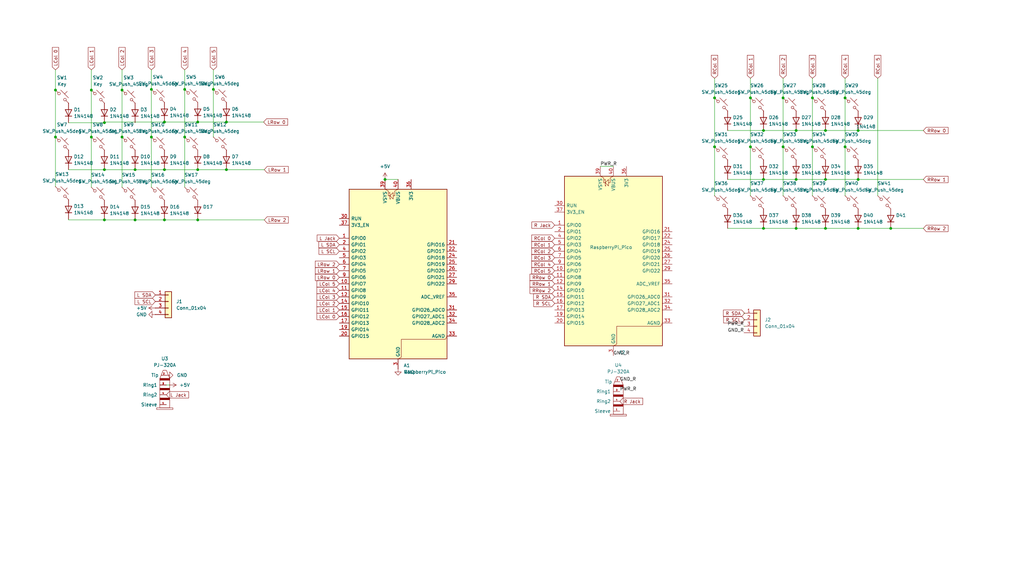
<source format=kicad_sch>
(kicad_sch (version 20250114) (generator "eeschema") (generator_version "9.0")
  (paper "User" 398.6 228.879)
  (lib_symbols
    (symbol "Connector_Generic:Conn_01x04" (pin_names (offset 1.016) (hide yes))
      (property "Reference" "J" (at 0 5.08 0))
      (property "Value" "Conn_01x04" (at 0 -7.62 0))
      (symbol "Conn_01x04_1_1"
        (rectangle (start -1.27 3.81) (end 1.27 -6.35) (stroke (width 0.254)) (fill (type background)))
        (rectangle (start -1.27 2.667) (end 0 2.413) (stroke (width 0.1524)))
        (rectangle (start -1.27 0.127) (end 0 -0.127) (stroke (width 0.1524)))
        (rectangle (start -1.27 -2.413) (end 0 -2.667) (stroke (width 0.1524)))
        (rectangle (start -1.27 -4.953) (end 0 -5.207) (stroke (width 0.1524)))
        (pin passive line (at -5.08 2.54 0) (length 3.81) (name "Pin_1") (number "1"))
        (pin passive line (at -5.08 0 0) (length 3.81) (name "Pin_2") (number "2"))
        (pin passive line (at -5.08 -2.54 0) (length 3.81) (name "Pin_3") (number "3"))
        (pin passive line (at -5.08 -5.08 0) (length 3.81) (name "Pin_4") (number "4"))
      )
    )
    (symbol "Diode:1N4148" (pin_numbers (hide yes)) (pin_names (hide yes))
      (property "Reference" "D" (at 0 2.54 0))
      (property "Value" "1N4148" (at 0 -2.54 0))
      (symbol "1N4148_0_1"
        (polyline (pts (xy -1.27 1.27) (xy -1.27 -1.27)) (stroke (width 0.254)))
        (polyline (pts (xy 1.27 1.27) (xy 1.27 -1.27) (xy -1.27 0) (xy 1.27 1.27)) (stroke (width 0.254)))
        (polyline (pts (xy 1.27 0) (xy -1.27 0)))
      )
      (symbol "1N4148_1_1"
        (pin passive line (at -3.81 0 0) (length 2.54) (name "K") (number "1"))
        (pin passive line (at 3.81 0 180) (length 2.54) (name "A") (number "2"))
      )
    )
    (symbol "Jack receptacle:PJ-320A" (pin_names (offset 1.016))
      (property "Reference" "U" (at 0 -1.905 0))
      (property "Value" "PJ-320A" (at 0 0 0))
      (symbol "PJ-320A_0_1"
        (rectangle (start -3.175 1.27) (end 3.175 1.905))
        (polyline (pts (xy -1.905 13.335) (xy -0.635 16.51) (xy 0.635 16.51) (xy 1.905 13.335) (xy -1.905 13.335)))
        (rectangle (start -1.905 12.7) (end 1.905 13.335) (fill (type outline)))
        (rectangle (start -1.905 9.525) (end 1.905 12.7))
        (rectangle (start -1.905 8.89) (end 1.905 9.525) (fill (type outline)))
        (rectangle (start -1.905 5.715) (end 1.905 8.89))
        (rectangle (start -1.905 5.08) (end 1.905 5.715) (fill (type outline)))
        (rectangle (start -1.905 1.905) (end 1.905 5.08))
      )
      (symbol "PJ-320A_1_1"
        (pin bidirectional line (at 0.635 14.605 180) (length 2.0066) (name "Tip") (number "2"))
        (pin bidirectional line (at 0.635 10.795 180) (length 2.54) (name "Ring1") (number "3"))
        (pin bidirectional line (at 0.635 6.985 180) (length 2.54) (name "Ring2") (number "4"))
        (pin bidirectional line (at 0.635 3.175 180) (length 2.54) (name "Sleeve") (number "1"))
      )
    )
    (symbol "MCU_Module:RaspberryPi_Pico" (pin_names (offset 0.762))
      (property "Reference" "A" (at -19.05 35.56 0))
      (property "Value" "RaspberryPi_Pico" (at 7.62 35.56 0))
      (symbol "RaspberryPi_Pico_0_1"
        (rectangle (start -19.05 34.29) (end 19.05 -31.75) (stroke (width 0.254)) (fill (type background)))
        (polyline (pts (xy -5.08 34.29) (xy -3.81 33.655) (xy -3.81 31.75) (xy -3.175 31.75)))
        (polyline (pts (xy -3.429 32.766) (xy -3.429 33.02) (xy -3.175 33.02) (xy -3.175 30.48) (xy -2.921 30.48) (xy -2.921 30.734)))
        (polyline (pts (xy -3.175 31.75) (xy -1.905 33.02) (xy -1.905 30.48) (xy -3.175 31.75)))
        (polyline (pts (xy 0 34.29) (xy -1.27 33.655) (xy -1.27 31.75) (xy -1.905 31.75)))
        (polyline (pts (xy 0 -31.75) (xy 1.27 -31.115) (xy 1.27 -24.13) (xy 18.415 -24.13) (xy 19.05 -22.86)))
      )
      (symbol "RaspberryPi_Pico_1_1"
        (pin passive line (at -22.86 22.86 0) (length 3.81) (name "RUN") (number "30"))
        (pin passive line (at -22.86 20.32 0) (length 3.81) (name "3V3_EN") (number "37"))
        (pin bidirectional line (at -22.86 15.24 0) (length 3.81) (name "GPIO0") (number "1"))
        (pin bidirectional line (at -22.86 12.7 0) (length 3.81) (name "GPIO1") (number "2"))
        (pin bidirectional line (at -22.86 10.16 0) (length 3.81) (name "GPIO2") (number "4"))
        (pin bidirectional line (at -22.86 7.62 0) (length 3.81) (name "GPIO3") (number "5"))
        (pin bidirectional line (at -22.86 5.08 0) (length 3.81) (name "GPIO4") (number "6"))
        (pin bidirectional line (at -22.86 2.54 0) (length 3.81) (name "GPIO5") (number "7"))
        (pin bidirectional line (at -22.86 0 0) (length 3.81) (name "GPIO6") (number "9"))
        (pin bidirectional line (at -22.86 -2.54 0) (length 3.81) (name "GPIO7") (number "10"))
        (pin bidirectional line (at -22.86 -5.08 0) (length 3.81) (name "GPIO8") (number "11"))
        (pin bidirectional line (at -22.86 -7.62 0) (length 3.81) (name "GPIO9") (number "12"))
        (pin bidirectional line (at -22.86 -10.16 0) (length 3.81) (name "GPIO10") (number "14"))
        (pin bidirectional line (at -22.86 -12.7 0) (length 3.81) (name "GPIO11") (number "15"))
        (pin bidirectional line (at -22.86 -15.24 0) (length 3.81) (name "GPIO12") (number "16"))
        (pin bidirectional line (at -22.86 -17.78 0) (length 3.81) (name "GPIO13") (number "17"))
        (pin bidirectional line (at -22.86 -20.32 0) (length 3.81) (name "GPIO14") (number "19"))
        (pin bidirectional line (at -22.86 -22.86 0) (length 3.81) (name "GPIO15") (number "20"))
        (pin power_in line (at -5.08 38.1 270) (length 3.81) (name "VSYS") (number "39"))
        (pin power_out line (at 0 38.1 270) (length 3.81) (name "VBUS") (number "40"))
        (pin passive line (at 0 -35.56 90) (length 3.81) (hide yes) (name "GND") (number "13"))
        (pin passive line (at 0 -35.56 90) (length 3.81) (hide yes) (name "GND") (number "18"))
        (pin passive line (at 0 -35.56 90) (length 3.81) (hide yes) (name "GND") (number "23"))
        (pin passive line (at 0 -35.56 90) (length 3.81) (hide yes) (name "GND") (number "28"))
        (pin power_out line (at 0 -35.56 90) (length 3.81) (name "GND") (number "3"))
        (pin passive line (at 0 -35.56 90) (length 3.81) (hide yes) (name "GND") (number "38"))
        (pin passive line (at 0 -35.56 90) (length 3.81) (hide yes) (name "GND") (number "8"))
        (pin power_out line (at 5.08 38.1 270) (length 3.81) (name "3V3") (number "36"))
        (pin bidirectional line (at 22.86 12.7 180) (length 3.81) (name "GPIO16") (number "21"))
        (pin bidirectional line (at 22.86 10.16 180) (length 3.81) (name "GPIO17") (number "22"))
        (pin bidirectional line (at 22.86 7.62 180) (length 3.81) (name "GPIO18") (number "24"))
        (pin bidirectional line (at 22.86 5.08 180) (length 3.81) (name "GPIO19") (number "25"))
        (pin bidirectional line (at 22.86 2.54 180) (length 3.81) (name "GPIO20") (number "26"))
        (pin bidirectional line (at 22.86 0 180) (length 3.81) (name "GPIO21") (number "27"))
        (pin bidirectional line (at 22.86 -2.54 180) (length 3.81) (name "GPIO22") (number "29"))
        (pin power_in line (at 22.86 -7.62 180) (length 3.81) (name "ADC_VREF") (number "35"))
        (pin bidirectional line (at 22.86 -12.7 180) (length 3.81) (name "GPIO26_ADC0") (number "31"))
        (pin bidirectional line (at 22.86 -15.24 180) (length 3.81) (name "GPIO27_ADC1") (number "32"))
        (pin bidirectional line (at 22.86 -17.78 180) (length 3.81) (name "GPIO28_ADC2") (number "34"))
        (pin power_out line (at 22.86 -22.86 180) (length 3.81) (name "AGND") (number "33"))
      )
    )
    (symbol "Switch:SW_Push_45deg" (pin_numbers (hide yes)) (pin_names (offset 1.016) (hide yes))
      (property "Reference" "SW" (at 3.048 1.016 0))
      (property "Value" "SW_Push_45deg" (at 0 -3.81 0))
      (symbol "SW_Push_45deg_0_1"
        (polyline (pts (xy -2.54 2.54) (xy -1.524 1.524) (xy -1.524 1.524)))
        (circle (center -1.1684 1.1684) (radius 0.508))
        (polyline (pts (xy -0.508 2.54) (xy 2.54 -0.508)))
        (polyline (pts (xy 1.016 1.016) (xy 2.032 2.032)))
        (circle (center 1.143 -1.1938) (radius 0.508))
        (polyline (pts (xy 1.524 -1.524) (xy 2.54 -2.54) (xy 2.54 -2.54) (xy 2.54 -2.54)))
        (pin passive line (at -2.54 2.54 0) (length 0) (name "1") (number "1"))
        (pin passive line (at 2.54 -2.54 180) (length 0) (name "2") (number "2"))
      )
    )
    (symbol "power:+5V" (power) (pin_numbers (hide yes)) (pin_names (offset 0) (hide yes))
      (property "Value" "+5V" (at 0 3.556 0))
      (symbol "+5V_0_1"
        (polyline (pts (xy -0.762 1.27) (xy 0 2.54)))
        (polyline (pts (xy 0 2.54) (xy 0.762 1.27)))
        (polyline (pts (xy 0 0) (xy 0 2.54)))
      )
      (symbol "+5V_1_1"
        (pin power_in line (at 0 0 90) (length 0) (name "~") (number "1"))
      )
    )
    (symbol "power:GND" (power) (pin_numbers (hide yes)) (pin_names (offset 0) (hide yes))
      (property "Value" "GND" (at 0 -3.81 0))
      (symbol "GND_0_1"
        (polyline (pts (xy 0 0) (xy 0 -1.27) (xy 1.27 -1.27) (xy 0 -2.54) (xy -1.27 -1.27) (xy 0 -1.27)))
      )
      (symbol "GND_1_1"
        (pin power_in line (at 0 0 270) (length 0) (name "~") (number "1"))
      )
    )
  )
  (junction (at 278.13 57.15))
  (junction (at 58.928 34.798))
  (junction (at 71.882 53.34))
  (junction (at 64.008 47.498))
  (junction (at 76.962 66.04))
  (junction (at 47.498 53.34))
  (junction (at 149.86 69.85))
  (junction (at 58.928 53.34))
  (junction (at 316.23 57.15))
  (junction (at 76.962 85.598))
  (junction (at 304.8 57.15))
  (junction (at 316.23 38.1))
  (junction (at 71.882 34.798))
  (junction (at 346.71 88.9))
  (junction (at 309.88 50.8))
  (junction (at 309.88 69.85))
  (junction (at 64.008 66.04))
  (junction (at 321.31 50.8))
  (junction (at 292.1 57.15))
  (junction (at 64.008 85.598))
  (junction (at 47.498 35.052))
  (junction (at 40.64 85.598))
  (junction (at 292.1 38.1))
  (junction (at 304.8 38.1))
  (junction (at 328.93 57.15))
  (junction (at 297.18 50.8))
  (junction (at 21.59 53.34))
  (junction (at 52.578 85.598))
  (junction (at 40.64 66.04))
  (junction (at 52.578 66.04))
  (junction (at 21.59 35.052))
  (junction (at 309.88 88.9))
  (junction (at 40.64 47.752))
  (junction (at 35.56 35.052))
  (junction (at 297.18 69.85))
  (junction (at 334.01 88.9))
  (junction (at 83.058 34.798))
  (junction (at 321.31 88.9))
  (junction (at 321.31 69.85))
  (junction (at 334.01 69.85))
  (junction (at 76.962 47.498))
  (junction (at 35.56 53.34))
  (junction (at 297.18 88.9))
  (junction (at 88.138 47.498))
  (junction (at 328.93 38.1))
  (junction (at 88.138 66.04))
  (junction (at 278.13 38.1))
  (junction (at 334.01 50.8))
  (wire (pts (xy 321.31 69.85) (xy 334.01 69.85)))
  (wire (pts (xy 26.67 85.598) (xy 26.67 85.344)))
  (wire (pts (xy 328.93 38.1) (xy 328.93 57.15)))
  (wire (pts (xy 346.71 88.9) (xy 359.41 88.9)))
  (wire (pts (xy 292.1 38.1) (xy 292.1 57.15)))
  (wire (pts (xy 283.21 69.85) (xy 297.18 69.85)))
  (wire (pts (xy 76.962 85.598) (xy 64.008 85.598)))
  (wire (pts (xy 88.138 47.498) (xy 76.962 47.498)))
  (wire (pts (xy 289.56 121.92) (xy 289.814 121.92)))
  (wire (pts (xy 40.64 66.04) (xy 52.578 66.04)))
  (wire (pts (xy 64.008 85.598) (xy 52.578 85.598)))
  (wire (pts (xy 297.18 69.85) (xy 309.88 69.85)))
  (wire (pts (xy 304.8 38.1) (xy 304.8 57.15)))
  (wire (pts (xy 309.88 50.8) (xy 321.31 50.8)))
  (wire (pts (xy 289.56 124.46) (xy 289.814 124.46)))
  (wire (pts (xy 334.01 50.8) (xy 359.41 50.8)))
  (wire (pts (xy 88.138 66.04) (xy 102.87 66.04)))
  (wire (pts (xy 47.498 35.052) (xy 47.498 53.34)))
  (wire (pts (xy 58.928 27.178) (xy 58.928 34.798)))
  (wire (pts (xy 47.498 53.34) (xy 47.498 72.898)))
  (wire (pts (xy 71.882 27.178) (xy 71.882 34.798)))
  (wire (pts (xy 64.008 47.498) (xy 40.64 47.498)))
  (wire (pts (xy 297.18 88.9) (xy 309.88 88.9)))
  (wire (pts (xy 321.31 88.9) (xy 334.01 88.9)))
  (wire (pts (xy 52.578 85.598) (xy 40.64 85.598)))
  (wire (pts (xy 76.962 85.598) (xy 102.87 85.598)))
  (wire (pts (xy 35.56 53.34) (xy 35.56 72.898)))
  (wire (pts (xy 35.56 27.178) (xy 35.56 35.052)))
  (wire (pts (xy 334.01 88.9) (xy 346.71 88.9)))
  (wire (pts (xy 21.59 35.052) (xy 21.59 53.34)))
  (wire (pts (xy 233.68 64.77) (xy 238.76 64.77)))
  (wire (pts (xy 88.138 47.498) (xy 102.616 47.498)))
  (wire (pts (xy 21.59 27.178) (xy 21.59 35.052)))
  (wire (pts (xy 297.18 50.8) (xy 309.88 50.8)))
  (wire (pts (xy 71.882 34.798) (xy 71.882 53.34)))
  (wire (pts (xy 283.21 50.8) (xy 297.18 50.8)))
  (wire (pts (xy 328.93 30.48) (xy 328.93 38.1)))
  (wire (pts (xy 316.23 38.1) (xy 316.23 57.15)))
  (wire (pts (xy 316.23 30.48) (xy 316.23 38.1)))
  (wire (pts (xy 309.88 69.85) (xy 321.31 69.85)))
  (wire (pts (xy 83.058 34.798) (xy 83.058 53.34)))
  (wire (pts (xy 283.21 88.9) (xy 297.18 88.9)))
  (wire (pts (xy 304.8 57.15) (xy 304.8 76.2)))
  (wire (pts (xy 52.578 66.04) (xy 64.008 66.04)))
  (wire (pts (xy 76.962 66.04) (xy 88.138 66.04)))
  (wire (pts (xy 278.13 38.1) (xy 278.13 57.15)))
  (wire (pts (xy 64.008 66.04) (xy 76.962 66.04)))
  (wire (pts (xy 40.64 47.498) (xy 40.64 47.752)))
  (wire (pts (xy 289.56 127) (xy 289.814 127)))
  (wire (pts (xy 26.67 66.04) (xy 40.64 66.04)))
  (wire (pts (xy 334.01 69.85) (xy 359.41 69.85)))
  (wire (pts (xy 71.882 53.34) (xy 71.882 72.898)))
  (wire (pts (xy 316.23 57.15) (xy 316.23 76.2)))
  (wire (pts (xy 278.13 30.48) (xy 278.13 38.1)))
  (wire (pts (xy 304.8 30.48) (xy 304.8 38.1)))
  (wire (pts (xy 292.1 30.48) (xy 292.1 38.1)))
  (wire (pts (xy 309.88 88.9) (xy 321.31 88.9)))
  (wire (pts (xy 26.67 47.752) (xy 40.64 47.752)))
  (wire (pts (xy 328.93 57.15) (xy 328.93 76.2)))
  (wire (pts (xy 321.31 50.8) (xy 334.01 50.8)))
  (wire (pts (xy 341.63 30.48) (xy 341.63 76.2)))
  (wire (pts (xy 66.04 149.86) (xy 64.77 149.86)))
  (wire (pts (xy 58.928 53.34) (xy 58.928 72.898)))
  (wire (pts (xy 21.59 53.34) (xy 21.59 72.644)))
  (wire (pts (xy 47.498 27.178) (xy 47.498 35.052)))
  (wire (pts (xy 58.928 34.798) (xy 58.928 53.34)))
  (wire (pts (xy 76.962 47.498) (xy 64.008 47.498)))
  (wire (pts (xy 278.13 57.15) (xy 278.13 76.2)))
  (wire (pts (xy 83.058 27.178) (xy 83.058 34.798)))
  (wire (pts (xy 292.1 57.15) (xy 292.1 76.2)))
  (wire (pts (xy 149.86 69.85) (xy 154.94 69.85)))
  (wire (pts (xy 35.56 35.052) (xy 35.56 53.34)))
  (wire (pts (xy 40.64 85.598) (xy 26.67 85.598)))
  (label "GND_R" (at 289.56 129.54 180))
  (label "GND_R" (at 238.76 138.43 0))
  (label "PWR_R" (at 289.56 127 180))
  (label "GND_R" (at 241.3 148.59 0))
  (label "PWR_R" (at 233.68 64.77 0))
  (label "PWR_R" (at 241.3 152.4 0))
  (global_label "RCol 0" (shape input) (at 215.9 92.71 180) (property "Intersheetrefs" "${INTERSHEET_REFS}" (effects (hide yes))))
  (global_label "LCol 4" (shape input) (at 132.08 113.03 180) (property "Intersheetrefs" "${INTERSHEET_REFS}" (effects (hide yes))))
  (global_label "LRow 1" (shape input) (at 102.87 66.04 0) (property "Intersheetrefs" "${INTERSHEET_REFS}" (effects (hide yes))))
  (global_label "L SDA" (shape input) (at 60.452 114.808 180) (property "Intersheetrefs" "${INTERSHEET_REFS}" (effects (hide yes))))
  (global_label "L Jack" (shape input) (at 132.08 92.71 180) (property "Intersheetrefs" "${INTERSHEET_REFS}" (effects (hide yes))))
  (global_label "R SCL" (shape input) (at 289.814 124.46 180) (property "Intersheetrefs" "${INTERSHEET_REFS}" (effects (hide yes))))
  (global_label "RRow 2" (shape input) (at 359.41 88.9 0) (property "Intersheetrefs" "${INTERSHEET_REFS}" (effects (hide yes))))
  (global_label "RCol 5" (shape input) (at 341.63 30.48 90) (property "Intersheetrefs" "${INTERSHEET_REFS}" (effects (hide yes))))
  (global_label "R SDA" (shape input) (at 289.814 121.92 180) (property "Intersheetrefs" "${INTERSHEET_REFS}" (effects (hide yes))))
  (global_label "RCol 4" (shape input) (at 215.9 102.87 180) (property "Intersheetrefs" "${INTERSHEET_REFS}" (effects (hide yes))))
  (global_label "RCol 5" (shape input) (at 215.9 105.41 180) (property "Intersheetrefs" "${INTERSHEET_REFS}" (effects (hide yes))))
  (global_label "LRow 2" (shape input) (at 132.08 102.87 180) (property "Intersheetrefs" "${INTERSHEET_REFS}" (effects (hide yes))))
  (global_label "RRow 1" (shape input) (at 359.41 69.85 0) (property "Intersheetrefs" "${INTERSHEET_REFS}" (effects (hide yes))))
  (global_label "RRow 1" (shape input) (at 215.9 110.49 180) (property "Intersheetrefs" "${INTERSHEET_REFS}" (effects (hide yes))))
  (global_label "RRow 2" (shape input) (at 215.9 113.03 180) (property "Intersheetrefs" "${INTERSHEET_REFS}" (effects (hide yes))))
  (global_label "R Jack" (shape input) (at 215.9 87.63 180) (property "Intersheetrefs" "${INTERSHEET_REFS}" (effects (hide yes))))
  (global_label "LRow 0" (shape input) (at 132.08 107.95 180) (property "Intersheetrefs" "${INTERSHEET_REFS}" (effects (hide yes))))
  (global_label "R SDA" (shape input) (at 215.9 115.57 180) (property "Intersheetrefs" "${INTERSHEET_REFS}" (effects (hide yes))))
  (global_label "LCol 4" (shape input) (at 71.882 27.178 90) (property "Intersheetrefs" "${INTERSHEET_REFS}" (effects (hide yes))))
  (global_label "L SDA" (shape input) (at 132.08 95.25 180) (property "Intersheetrefs" "${INTERSHEET_REFS}" (effects (hide yes))))
  (global_label "RRow 0" (shape input) (at 359.41 50.8 0) (property "Intersheetrefs" "${INTERSHEET_REFS}" (effects (hide yes))))
  (global_label "RCol 1" (shape input) (at 215.9 95.25 180) (property "Intersheetrefs" "${INTERSHEET_REFS}" (effects (hide yes))))
  (global_label "L SCL" (shape input) (at 132.08 97.79 180) (property "Intersheetrefs" "${INTERSHEET_REFS}" (effects (hide yes))))
  (global_label "R Jack" (shape input) (at 241.3 156.21 0) (property "Intersheetrefs" "${INTERSHEET_REFS}" (effects (hide yes))))
  (global_label "R SCL" (shape input) (at 215.9 118.11 180) (property "Intersheetrefs" "${INTERSHEET_REFS}" (effects (hide yes))))
  (global_label "LCol 5" (shape input) (at 132.08 110.49 180) (property "Intersheetrefs" "${INTERSHEET_REFS}" (effects (hide yes))))
  (global_label "LCol 1" (shape input) (at 35.56 27.178 90) (property "Intersheetrefs" "${INTERSHEET_REFS}" (effects (hide yes))))
  (global_label "RCol 2" (shape input) (at 304.8 30.48 90) (property "Intersheetrefs" "${INTERSHEET_REFS}" (effects (hide yes))))
  (global_label "LCol 3" (shape input) (at 132.08 115.57 180) (property "Intersheetrefs" "${INTERSHEET_REFS}" (effects (hide yes))))
  (global_label "LRow 0" (shape input) (at 102.616 47.498 0) (property "Intersheetrefs" "${INTERSHEET_REFS}" (effects (hide yes))))
  (global_label "RCol 4" (shape input) (at 328.93 30.48 90) (property "Intersheetrefs" "${INTERSHEET_REFS}" (effects (hide yes))))
  (global_label "RCol 3" (shape input) (at 215.9 100.33 180) (property "Intersheetrefs" "${INTERSHEET_REFS}" (effects (hide yes))))
  (global_label "RCol 1" (shape input) (at 292.1 30.48 90) (property "Intersheetrefs" "${INTERSHEET_REFS}" (effects (hide yes))))
  (global_label "LCol 3" (shape input) (at 58.928 27.178 90) (property "Intersheetrefs" "${INTERSHEET_REFS}" (effects (hide yes))))
  (global_label "LRow 1" (shape input) (at 132.08 105.41 180) (property "Intersheetrefs" "${INTERSHEET_REFS}" (effects (hide yes))))
  (global_label "LCol 5" (shape input) (at 83.058 27.178 90) (property "Intersheetrefs" "${INTERSHEET_REFS}" (effects (hide yes))))
  (global_label "RCol 3" (shape input) (at 316.23 30.48 90) (property "Intersheetrefs" "${INTERSHEET_REFS}" (effects (hide yes))))
  (global_label "L Jack" (shape input) (at 64.77 153.67 0) (property "Intersheetrefs" "${INTERSHEET_REFS}" (effects (hide yes))))
  (global_label "LCol 2" (shape input) (at 47.498 27.178 90) (property "Intersheetrefs" "${INTERSHEET_REFS}" (effects (hide yes))))
  (global_label "LRow 2" (shape input) (at 102.87 85.598 0) (property "Intersheetrefs" "${INTERSHEET_REFS}" (effects (hide yes))))
  (global_label "L SCL" (shape input) (at 60.452 117.348 180) (property "Intersheetrefs" "${INTERSHEET_REFS}" (effects (hide yes))))
  (global_label "RCol 2" (shape input) (at 215.9 97.79 180) (property "Intersheetrefs" "${INTERSHEET_REFS}" (effects (hide yes))))
  (global_label "RCol 0" (shape input) (at 278.13 30.48 90) (property "Intersheetrefs" "${INTERSHEET_REFS}" (effects (hide yes))))
  (global_label "LCol 0" (shape input) (at 21.59 27.178 90) (property "Intersheetrefs" "${INTERSHEET_REFS}" (effects (hide yes))))
  (global_label "RRow 0" (shape input) (at 215.9 107.95 180) (property "Intersheetrefs" "${INTERSHEET_REFS}" (effects (hide yes))))
  (global_label "LCol 0" (shape input) (at 132.08 123.19 180) (property "Intersheetrefs" "${INTERSHEET_REFS}" (effects (hide yes))))
  (global_label "LCol 1" (shape input) (at 132.08 120.65 180) (property "Intersheetrefs" "${INTERSHEET_REFS}" (effects (hide yes))))
  (global_label "LCol 2" (shape input) (at 132.08 118.11 180) (property "Intersheetrefs" "${INTERSHEET_REFS}" (effects (hide yes))))
  (symbol (lib_id "Switch:SW_Push_45deg") (at 307.34 59.69 0) (unit 1)
    (property "Reference" "SW33" (at 307.34 52.324 0))
    (property "Value" "SW_Push_45deg" (at 307.34 54.864 0))
    (property "Footprint" "Library:Cherry MX 1u" (effects (hide yes)))
    (property "Description" "Push button switch, normally open, two pins, 45° tilted" (effects (hide yes)))
  )
  (symbol (lib_id "Switch:SW_Push_45deg") (at 85.598 37.338 0) (unit 1)
    (property "Reference" "SW6" (at 85.598 29.972 0))
    (property "Value" "SW_Push_45deg" (at 85.598 32.512 0))
    (property "Footprint" "Library:Cherry MX 1u" (effects (hide yes)))
    (property "Description" "Push button switch, normally open, two pins, 45° tilted" (effects (hide yes)))
  )
  (symbol (lib_id "Diode:1N4148") (at 283.21 66.04 90) (unit 1)
    (property "Reference" "D31" (at 285.242 64.7699 90) (effects (justify right)))
    (property "Value" "1N4148" (at 285.242 67.3099 90) (effects (justify right)))
    (property "Footprint" "Diode_THT:D_DO-35_SOD27_P7.62mm_Horizontal" (effects (hide yes)))
    (property "Datasheet" "https://assets.nexperia.com/documents/data-sheet/1N4148_1N4448.pdf" (effects (hide yes)))
    (property "Description" "100V 0.15A standard switching diode, DO-35" (effects (hide yes)))
    (property "Sim.Device" "D" (effects (hide yes)))
    (property "Sim.Pins" "1=K 2=A" (effects (hide yes)))
  )
  (symbol (lib_id "Diode:1N4148") (at 321.31 85.09 90) (unit 1)
    (property "Reference" "D39" (at 323.342 83.8199 90) (effects (justify right)))
    (property "Value" "1N4148" (at 323.342 86.3599 90) (effects (justify right)))
    (property "Footprint" "Diode_THT:D_DO-35_SOD27_P7.62mm_Horizontal" (effects (hide yes)))
    (property "Datasheet" "https://assets.nexperia.com/documents/data-sheet/1N4148_1N4448.pdf" (effects (hide yes)))
    (property "Description" "100V 0.15A standard switching diode, DO-35" (effects (hide yes)))
    (property "Sim.Device" "D" (effects (hide yes)))
    (property "Sim.Pins" "1=K 2=A" (effects (hide yes)))
  )
  (symbol (lib_id "MCU_Module:RaspberryPi_Pico") (at 154.94 107.95 0) (unit 1)
    (property "Reference" "A1" (at 157.0833 142.24 0) (effects (justify left)))
    (property "Value" "RaspberryPi_Pico" (at 157.0833 144.78 0) (effects (justify left)))
    (property "Footprint" "Library:RaspberryPi_Pico_Common_Unspecified" (effects (hide yes)))
    (property "Datasheet" "https://datasheets.raspberrypi.com/pico/pico-datasheet.pdf" (effects (hide yes)))
    (property "Description" "Versatile and inexpensive microcontroller module powered by RP2040 dual-core Arm Cortex-M0+ processor up to 133 MHz, 264kB SRAM, 2MB QSPI flash; also supports Raspberry Pi Pico 2" (effects (hide yes)))
  )
  (symbol (lib_id "power:+5V") (at 149.86 69.85 0) (unit 1)
    (property "Reference" "#PWR09" (effects (hide yes)))
    (property "Value" "+5V" (at 149.86 64.77 0))
    (property "Description" "Power symbol creates a global label with name \"+5V\"" (effects (hide yes)))
  )
  (symbol (lib_id "Diode:1N4148") (at 334.01 46.99 90) (unit 1)
    (property "Reference" "D29" (at 336.042 45.7199 90) (effects (justify right)))
    (property "Value" "1N4148" (at 333.248 49.276 90) (effects (justify right)))
    (property "Footprint" "Diode_THT:D_DO-35_SOD27_P7.62mm_Horizontal" (effects (hide yes)))
    (property "Datasheet" "https://assets.nexperia.com/documents/data-sheet/1N4148_1N4448.pdf" (effects (hide yes)))
    (property "Description" "100V 0.15A standard switching diode, DO-35" (effects (hide yes)))
    (property "Sim.Device" "D" (effects (hide yes)))
    (property "Sim.Pins" "1=K 2=A" (effects (hide yes)))
  )
  (symbol (lib_id "Diode:1N4148") (at 297.18 66.04 90) (unit 1)
    (property "Reference" "D32" (at 299.212 64.7699 90) (effects (justify right)))
    (property "Value" "1N4148" (at 299.212 67.3099 90) (effects (justify right)))
    (property "Footprint" "Diode_THT:D_DO-35_SOD27_P7.62mm_Horizontal" (effects (hide yes)))
    (property "Datasheet" "https://assets.nexperia.com/documents/data-sheet/1N4148_1N4448.pdf" (effects (hide yes)))
    (property "Description" "100V 0.15A standard switching diode, DO-35" (effects (hide yes)))
    (property "Sim.Device" "D" (effects (hide yes)))
    (property "Sim.Pins" "1=K 2=A" (effects (hide yes)))
  )
  (symbol (lib_id "Diode:1N4148") (at 297.18 46.99 90) (unit 1)
    (property "Reference" "D26" (at 299.212 45.7199 90) (effects (justify right)))
    (property "Value" "1N4148" (at 299.212 48.2599 90) (effects (justify right)))
    (property "Footprint" "Diode_THT:D_DO-35_SOD27_P7.62mm_Horizontal" (effects (hide yes)))
    (property "Datasheet" "https://assets.nexperia.com/documents/data-sheet/1N4148_1N4448.pdf" (effects (hide yes)))
    (property "Description" "100V 0.15A standard switching diode, DO-35" (effects (hide yes)))
    (property "Sim.Device" "D" (effects (hide yes)))
    (property "Sim.Pins" "1=K 2=A" (effects (hide yes)))
  )
  (symbol (lib_id "Switch:SW_Push_45deg") (at 24.13 37.592 0) (unit 1)
    (property "Reference" "SW1" (at 24.13 30.226 0))
    (property "Value" "Key" (at 24.13 32.766 0))
    (property "Footprint" "Library:Cherry MX 1u" (effects (hide yes)))
    (property "Description" "Push button switch, normally open, two pins, 45° tilted" (effects (hide yes)))
  )
  (symbol (lib_id "Diode:1N4148") (at 40.64 81.788 90) (unit 1)
    (property "Reference" "D14" (at 42.672 80.5179 90) (effects (justify right)))
    (property "Value" "1N4148" (at 42.672 83.0579 90) (effects (justify right)))
    (property "Footprint" "Diode_THT:D_DO-35_SOD27_P7.62mm_Horizontal" (effects (hide yes)))
    (property "Datasheet" "https://assets.nexperia.com/documents/data-sheet/1N4148_1N4448.pdf" (effects (hide yes)))
    (property "Description" "100V 0.15A standard switching diode, DO-35" (effects (hide yes)))
    (property "Sim.Device" "D" (effects (hide yes)))
    (property "Sim.Pins" "1=K 2=A" (effects (hide yes)))
  )
  (symbol (lib_id "Switch:SW_Push_45deg") (at 294.64 40.64 0) (unit 1)
    (property "Reference" "SW26" (at 294.64 33.274 0))
    (property "Value" "SW_Push_45deg" (at 294.64 35.814 0))
    (property "Footprint" "Library:Cherry MX 1u" (effects (hide yes)))
    (property "Description" "Push button switch, normally open, two pins, 45° tilted" (effects (hide yes)))
  )
  (symbol (lib_id "Diode:1N4148") (at 76.962 81.788 90) (unit 1)
    (property "Reference" "D17" (at 78.994 80.5179 90) (effects (justify right)))
    (property "Value" "1N4148" (effects (hide yes)))
    (property "Footprint" "Diode_THT:D_DO-35_SOD27_P7.62mm_Horizontal" (effects (hide yes)))
    (property "Datasheet" "https://assets.nexperia.com/documents/data-sheet/1N4148_1N4448.pdf" (effects (hide yes)))
    (property "Description" "100V 0.15A standard switching diode, DO-35" (effects (hide yes)))
    (property "Sim.Device" "D" (effects (hide yes)))
    (property "Sim.Pins" "1=K 2=A" (effects (hide yes)))
  )
  (symbol (lib_id "Switch:SW_Push_45deg") (at 50.038 55.88 0) (unit 1)
    (property "Reference" "SW9" (at 50.038 48.514 0))
    (property "Value" "SW_Push_45deg" (at 50.038 51.054 0))
    (property "Footprint" "Library:Cherry MX 1u" (effects (hide yes)))
    (property "Description" "Push button switch, normally open, two pins, 45° tilted" (effects (hide yes)))
  )
  (symbol (lib_id "Jack receptacle:PJ-320A") (at 240.665 163.195 0) (unit 1)
    (property "Reference" "U4" (at 240.665 142.113 0))
    (property "Value" "PJ-320A" (at 240.665 144.653 0))
    (property "Footprint" "RP_pico:PJ-320A" (effects (hide yes)))
  )
  (symbol (lib_id "Diode:1N4148") (at 52.578 62.23 90) (unit 1)
    (property "Reference" "D10" (at 54.61 60.9599 90) (effects (justify right)))
    (property "Value" "1N4148" (at 54.61 63.4999 90) (effects (justify right)))
    (property "Footprint" "Diode_THT:D_DO-35_SOD27_P7.62mm_Horizontal" (effects (hide yes)))
    (property "Datasheet" "https://assets.nexperia.com/documents/data-sheet/1N4148_1N4448.pdf" (effects (hide yes)))
    (property "Description" "100V 0.15A standard switching diode, DO-35" (effects (hide yes)))
    (property "Sim.Device" "D" (effects (hide yes)))
    (property "Sim.Pins" "1=K 2=A" (effects (hide yes)))
  )
  (symbol (lib_id "Diode:1N4148") (at 309.88 85.09 90) (unit 1)
    (property "Reference" "D38" (at 311.912 83.8199 90) (effects (justify right)))
    (property "Value" "1N4148" (at 311.912 86.3599 90) (effects (justify right)))
    (property "Footprint" "Diode_THT:D_DO-35_SOD27_P7.62mm_Horizontal" (effects (hide yes)))
    (property "Datasheet" "https://assets.nexperia.com/documents/data-sheet/1N4148_1N4448.pdf" (effects (hide yes)))
    (property "Description" "100V 0.15A standard switching diode, DO-35" (effects (hide yes)))
    (property "Sim.Device" "D" (effects (hide yes)))
    (property "Sim.Pins" "1=K 2=A" (effects (hide yes)))
  )
  (symbol (lib_id "power:+5V") (at 60.452 119.888 90) (unit 1)
    (property "Reference" "#PWR02" (effects (hide yes)))
    (property "Value" "+5V" (at 57.15 119.8879 90) (effects (justify left)))
    (property "Description" "Power symbol creates a global label with name \"+5V\"" (effects (hide yes)))
  )
  (symbol (lib_id "Diode:1N4148") (at 64.008 62.23 90) (unit 1)
    (property "Reference" "D9" (at 66.04 60.9599 90) (effects (justify right)))
    (property "Value" "1N4148" (at 66.04 63.4999 90) (effects (justify right)))
    (property "Footprint" "Diode_THT:D_DO-35_SOD27_P7.62mm_Horizontal" (effects (hide yes)))
    (property "Datasheet" "https://assets.nexperia.com/documents/data-sheet/1N4148_1N4448.pdf" (effects (hide yes)))
    (property "Description" "100V 0.15A standard switching diode, DO-35" (effects (hide yes)))
    (property "Sim.Device" "D" (effects (hide yes)))
    (property "Sim.Pins" "1=K 2=A" (effects (hide yes)))
  )
  (symbol (lib_id "Switch:SW_Push_45deg") (at 280.67 78.74 0) (unit 1)
    (property "Reference" "SW36" (at 280.67 71.374 0))
    (property "Value" "SW_Push_45deg" (at 280.67 73.914 0))
    (property "Footprint" "Library:Cherry MX 1u" (effects (hide yes)))
    (property "Description" "Push button switch, normally open, two pins, 45° tilted" (effects (hide yes)))
  )
  (symbol (lib_id "Diode:1N4148") (at 76.962 62.23 90) (unit 1)
    (property "Reference" "D8" (at 78.994 60.9599 90) (effects (justify right)))
    (property "Value" "1N4148" (at 78.994 63.4999 90) (effects (justify right)))
    (property "Footprint" "Diode_THT:D_DO-35_SOD27_P7.62mm_Horizontal" (effects (hide yes)))
    (property "Datasheet" "https://assets.nexperia.com/documents/data-sheet/1N4148_1N4448.pdf" (effects (hide yes)))
    (property "Description" "100V 0.15A standard switching diode, DO-35" (effects (hide yes)))
    (property "Sim.Device" "D" (effects (hide yes)))
    (property "Sim.Pins" "1=K 2=A" (effects (hide yes)))
  )
  (symbol (lib_id "Diode:1N4148") (at 52.578 43.942 90) (unit 1)
    (property "Reference" "D3" (at 54.61 42.6719 90) (effects (justify right)))
    (property "Value" "1N4148" (at 54.61 45.2119 90) (effects (justify right)))
    (property "Footprint" "Diode_THT:D_DO-35_SOD27_P7.62mm_Horizontal" (effects (hide yes)))
    (property "Datasheet" "https://assets.nexperia.com/documents/data-sheet/1N4148_1N4448.pdf" (effects (hide yes)))
    (property "Description" "100V 0.15A standard switching diode, DO-35" (effects (hide yes)))
    (property "Sim.Device" "D" (effects (hide yes)))
    (property "Sim.Pins" "1=K 2=A" (effects (hide yes)))
  )
  (symbol (lib_id "Switch:SW_Push_45deg") (at 38.1 75.438 0) (unit 1)
    (property "Reference" "SW14" (at 38.1 68.072 0))
    (property "Value" "SW_Push_45deg" (at 38.1 70.612 0))
    (property "Footprint" "Library:Cherry MX 1u" (effects (hide yes)))
    (property "Description" "Push button switch, normally open, two pins, 45° tilted" (effects (hide yes)))
  )
  (symbol (lib_id "Switch:SW_Push_45deg") (at 318.77 78.74 0) (unit 1)
    (property "Reference" "SW39" (at 318.77 71.374 0))
    (property "Value" "SW_Push_45deg" (at 318.77 73.914 0))
    (property "Footprint" "Library:Cherry MX 1u" (effects (hide yes)))
    (property "Description" "Push button switch, normally open, two pins, 45° tilted" (effects (hide yes)))
  )
  (symbol (lib_id "Diode:1N4148") (at 26.67 81.534 90) (unit 1)
    (property "Reference" "D13" (at 28.702 80.2639 90) (effects (justify right)))
    (property "Value" "1N4148" (at 28.702 82.8039 90) (effects (justify right)))
    (property "Footprint" "Diode_THT:D_DO-35_SOD27_P7.62mm_Horizontal" (effects (hide yes)))
    (property "Datasheet" "https://assets.nexperia.com/documents/data-sheet/1N4148_1N4448.pdf" (effects (hide yes)))
    (property "Description" "100V 0.15A standard switching diode, DO-35" (effects (hide yes)))
    (property "Sim.Device" "D" (effects (hide yes)))
    (property "Sim.Pins" "1=K 2=A" (effects (hide yes)))
  )
  (symbol (lib_id "Diode:1N4148") (at 309.88 66.04 90) (unit 1)
    (property "Reference" "D33" (at 311.912 64.7699 90) (effects (justify right)))
    (property "Value" "1N4148" (at 311.912 67.3099 90) (effects (justify right)))
    (property "Footprint" "Diode_THT:D_DO-35_SOD27_P7.62mm_Horizontal" (effects (hide yes)))
    (property "Datasheet" "https://assets.nexperia.com/documents/data-sheet/1N4148_1N4448.pdf" (effects (hide yes)))
    (property "Description" "100V 0.15A standard switching diode, DO-35" (effects (hide yes)))
    (property "Sim.Device" "D" (effects (hide yes)))
    (property "Sim.Pins" "1=K 2=A" (effects (hide yes)))
  )
  (symbol (lib_id "Switch:SW_Push_45deg") (at 74.422 55.88 0) (unit 1)
    (property "Reference" "SW11" (at 74.422 48.514 0))
    (property "Value" "SW_Push_45deg" (at 74.422 51.054 0))
    (property "Footprint" "Library:Cherry MX 1u" (effects (hide yes)))
    (property "Description" "Push button switch, normally open, two pins, 45° tilted" (effects (hide yes)))
  )
  (symbol (lib_id "Diode:1N4148") (at 334.01 66.04 90) (unit 1)
    (property "Reference" "D35" (at 336.042 64.7699 90) (effects (justify right)))
    (property "Value" "1N4148" (at 336.042 67.3099 90) (effects (justify right)))
    (property "Footprint" "Diode_THT:D_DO-35_SOD27_P7.62mm_Horizontal" (effects (hide yes)))
    (property "Datasheet" "https://assets.nexperia.com/documents/data-sheet/1N4148_1N4448.pdf" (effects (hide yes)))
    (property "Description" "100V 0.15A standard switching diode, DO-35" (effects (hide yes)))
    (property "Sim.Device" "D" (effects (hide yes)))
    (property "Sim.Pins" "1=K 2=A" (effects (hide yes)))
  )
  (symbol (lib_id "Diode:1N4148") (at 283.21 46.99 90) (unit 1)
    (property "Reference" "D25" (at 285.242 45.7199 90) (effects (justify right)))
    (property "Value" "1N4148" (at 285.242 48.2599 90) (effects (justify right)))
    (property "Footprint" "Diode_THT:D_DO-35_SOD27_P7.62mm_Horizontal" (effects (hide yes)))
    (property "Datasheet" "https://assets.nexperia.com/documents/data-sheet/1N4148_1N4448.pdf" (effects (hide yes)))
    (property "Description" "100V 0.15A standard switching diode, DO-35" (effects (hide yes)))
    (property "Sim.Device" "D" (effects (hide yes)))
    (property "Sim.Pins" "1=K 2=A" (effects (hide yes)))
  )
  (symbol (lib_id "Connector_Generic:Conn_01x04") (at 294.64 124.46 0) (unit 1)
    (property "Reference" "J2" (at 297.688 124.4599 0) (effects (justify left)))
    (property "Value" "Conn_01x04" (at 297.688 126.9999 0) (effects (justify left)))
    (property "Footprint" "oled:SSD1306-0.91-OLED-4pin-128x32" (effects (hide yes)))
    (property "Description" "Generic connector, single row, 01x04, script generated (kicad-library-utils/schlib/autogen/connector/)" (effects (hide yes)))
  )
  (symbol (lib_id "Switch:SW_Push_45deg") (at 331.47 59.69 0) (unit 1)
    (property "Reference" "SW35" (at 331.47 52.324 0))
    (property "Value" "SW_Push_45deg" (at 331.47 54.864 0))
    (property "Footprint" "Library:SW_Cherry_MX_1.50u_PCB" (effects (hide yes)))
    (property "Description" "Push button switch, normally open, two pins, 45° tilted" (effects (hide yes)))
  )
  (symbol (lib_id "Diode:1N4148") (at 321.31 46.99 90) (unit 1)
    (property "Reference" "D28" (at 323.342 45.7199 90) (effects (justify right)))
    (property "Value" "1N4148" (at 323.342 48.2599 90) (effects (justify right)))
    (property "Footprint" "Diode_THT:D_DO-35_SOD27_P7.62mm_Horizontal" (effects (hide yes)))
    (property "Datasheet" "https://assets.nexperia.com/documents/data-sheet/1N4148_1N4448.pdf" (effects (hide yes)))
    (property "Description" "100V 0.15A standard switching diode, DO-35" (effects (hide yes)))
    (property "Sim.Device" "D" (effects (hide yes)))
    (property "Sim.Pins" "1=K 2=A" (effects (hide yes)))
  )
  (symbol (lib_id "Switch:SW_Push_45deg") (at 61.468 75.438 0) (unit 1)
    (property "Reference" "SW16" (at 61.468 68.072 0))
    (property "Value" "SW_Push_45deg" (at 61.468 70.612 0))
    (property "Footprint" "Library:Cherry MX 1u" (effects (hide yes)))
    (property "Description" "Push button switch, normally open, two pins, 45° tilted" (effects (hide yes)))
  )
  (symbol (lib_id "Switch:SW_Push_45deg") (at 61.468 37.338 0) (unit 1)
    (property "Reference" "SW4" (at 61.468 29.972 0))
    (property "Value" "SW_Push_45deg" (at 61.468 32.512 0))
    (property "Footprint" "Library:Cherry MX 1u" (effects (hide yes)))
    (property "Description" "Push button switch, normally open, two pins, 45° tilted" (effects (hide yes)))
  )
  (symbol (lib_id "MCU_Module:RaspberryPi_Pico") (at 238.76 102.87 0) (unit 1)
    (property "Reference" "A2" (at 240.9033 137.16 0) (effects (justify left)))
    (property "Value" "RaspberryPi_Pico" (at 246.126 96.266 0) (effects (justify right)))
    (property "Footprint" "Library:RaspberryPi_Pico_Common_Unspecified" (effects (hide yes)))
    (property "Datasheet" "https://datasheets.raspberrypi.com/pico/pico-datasheet.pdf" (effects (hide yes)))
    (property "Description" "Versatile and inexpensive microcontroller module powered by RP2040 dual-core Arm Cortex-M0+ processor up to 133 MHz, 264kB SRAM, 2MB QSPI flash; also supports Raspberry Pi Pico 2" (effects (hide yes)))
  )
  (symbol (lib_id "Diode:1N4148") (at 346.71 85.09 90) (unit 1)
    (property "Reference" "D41" (at 348.742 83.8199 90) (effects (justify right)))
    (property "Value" "1N4148" (effects (hide yes)))
    (property "Footprint" "Diode_THT:D_DO-35_SOD27_P7.62mm_Horizontal" (effects (hide yes)))
    (property "Datasheet" "https://assets.nexperia.com/documents/data-sheet/1N4148_1N4448.pdf" (effects (hide yes)))
    (property "Description" "100V 0.15A standard switching diode, DO-35" (effects (hide yes)))
    (property "Sim.Device" "D" (effects (hide yes)))
    (property "Sim.Pins" "1=K 2=A" (effects (hide yes)))
  )
  (symbol (lib_id "Diode:1N4148") (at 334.01 85.09 90) (unit 1)
    (property "Reference" "D40" (at 336.042 83.8199 90) (effects (justify right)))
    (property "Value" "1N4148" (at 336.042 86.3599 90) (effects (justify right)))
    (property "Footprint" "Diode_THT:D_DO-35_SOD27_P7.62mm_Horizontal" (effects (hide yes)))
    (property "Datasheet" "https://assets.nexperia.com/documents/data-sheet/1N4148_1N4448.pdf" (effects (hide yes)))
    (property "Description" "100V 0.15A standard switching diode, DO-35" (effects (hide yes)))
    (property "Sim.Device" "D" (effects (hide yes)))
    (property "Sim.Pins" "1=K 2=A" (effects (hide yes)))
  )
  (symbol (lib_id "Switch:SW_Push_45deg") (at 318.77 59.69 0) (unit 1)
    (property "Reference" "SW34" (at 318.77 52.324 0))
    (property "Value" "SW_Push_45deg" (at 318.77 54.864 0))
    (property "Footprint" "Library:Cherry MX 1u" (effects (hide yes)))
    (property "Description" "Push button switch, normally open, two pins, 45° tilted" (effects (hide yes)))
  )
  (symbol (lib_id "Jack receptacle:PJ-320A") (at 64.135 160.655 0) (unit 1)
    (property "Reference" "U3" (at 64.135 139.573 0))
    (property "Value" "PJ-320A" (at 64.135 142.113 0))
    (property "Footprint" "RP_pico:PJ-320A" (effects (hide yes)))
  )
  (symbol (lib_id "Diode:1N4148") (at 88.138 62.23 90) (unit 1)
    (property "Reference" "D7" (at 90.17 60.9599 90) (effects (justify right)))
    (property "Value" "1N4148" (at 90.17 63.4999 90) (effects (justify right)))
    (property "Footprint" "Diode_THT:D_DO-35_SOD27_P7.62mm_Horizontal" (effects (hide yes)))
    (property "Datasheet" "https://assets.nexperia.com/documents/data-sheet/1N4148_1N4448.pdf" (effects (hide yes)))
    (property "Description" "100V 0.15A standard switching diode, DO-35" (effects (hide yes)))
    (property "Sim.Device" "D" (effects (hide yes)))
    (property "Sim.Pins" "1=K 2=A" (effects (hide yes)))
  )
  (symbol (lib_id "Diode:1N4148") (at 52.578 81.788 90) (unit 1)
    (property "Reference" "D15" (at 54.61 80.5179 90) (effects (justify right)))
    (property "Value" "1N4148" (at 54.61 83.0579 90) (effects (justify right)))
    (property "Footprint" "Diode_THT:D_DO-35_SOD27_P7.62mm_Horizontal" (effects (hide yes)))
    (property "Datasheet" "https://assets.nexperia.com/documents/data-sheet/1N4148_1N4448.pdf" (effects (hide yes)))
    (property "Description" "100V 0.15A standard switching diode, DO-35" (effects (hide yes)))
    (property "Sim.Device" "D" (effects (hide yes)))
    (property "Sim.Pins" "1=K 2=A" (effects (hide yes)))
  )
  (symbol (lib_id "power:GND") (at 154.94 143.51 0) (unit 1)
    (property "Reference" "#PWR01" (effects (hide yes)))
    (property "Value" "GND" (at 157.226 144.7799 0) (effects (justify left)))
    (property "Description" "Power symbol creates a global label with name \"GND\" , ground" (effects (hide yes)))
  )
  (symbol (lib_id "Switch:SW_Push_45deg") (at 24.13 75.184 0) (unit 1)
    (property "Reference" "SW13" (at 24.13 67.818 0))
    (property "Value" "SW_Push_45deg" (at 24.13 70.358 0))
    (property "Footprint" "Library:SW_Cherry_MX_2.00u_PCB" (effects (hide yes)))
    (property "Description" "Push button switch, normally open, two pins, 45° tilted" (effects (hide yes)))
  )
  (symbol (lib_id "Diode:1N4148") (at 26.67 43.942 90) (unit 1)
    (property "Reference" "D1" (at 28.702 42.6719 90) (effects (justify right)))
    (property "Value" "1N4148" (at 28.702 45.2119 90) (effects (justify right)))
    (property "Footprint" "Diode_THT:D_DO-35_SOD27_P7.62mm_Horizontal" (effects (hide yes)))
    (property "Datasheet" "https://assets.nexperia.com/documents/data-sheet/1N4148_1N4448.pdf" (effects (hide yes)))
    (property "Description" "100V 0.15A standard switching diode, DO-35" (effects (hide yes)))
    (property "Sim.Device" "D" (effects (hide yes)))
    (property "Sim.Pins" "1=K 2=A" (effects (hide yes)))
  )
  (symbol (lib_id "Switch:SW_Push_45deg") (at 307.34 78.74 0) (unit 1)
    (property "Reference" "SW38" (at 307.34 71.374 0))
    (property "Value" "SW_Push_45deg" (at 307.34 73.914 0))
    (property "Footprint" "Library:Cherry MX 1u" (effects (hide yes)))
    (property "Description" "Push button switch, normally open, two pins, 45° tilted" (effects (hide yes)))
  )
  (symbol (lib_id "power:GND") (at 64.77 146.05 90) (unit 1)
    (property "Reference" "#PWR06" (effects (hide yes)))
    (property "Value" "GND" (at 68.834 146.0499 90) (effects (justify right)))
    (property "Description" "Power symbol creates a global label with name \"GND\" , ground" (effects (hide yes)))
  )
  (symbol (lib_id "Switch:SW_Push_45deg") (at 50.038 37.592 0) (unit 1)
    (property "Reference" "SW3" (at 50.038 30.226 0))
    (property "Value" "SW_Push_45deg" (at 50.038 32.766 0))
    (property "Footprint" "Library:Cherry MX 1u" (effects (hide yes)))
    (property "Description" "Push button switch, normally open, two pins, 45° tilted" (effects (hide yes)))
  )
  (symbol (lib_id "Connector_Generic:Conn_01x04") (at 65.532 117.348 0) (unit 1)
    (property "Reference" "J1" (at 68.58 117.3479 0) (effects (justify left)))
    (property "Value" "Conn_01x04" (at 68.58 119.8879 0) (effects (justify left)))
    (property "Footprint" "oled:SSD1306-0.91-OLED-4pin-128x32" (effects (hide yes)))
    (property "Description" "Generic connector, single row, 01x04, script generated (kicad-library-utils/schlib/autogen/connector/)" (effects (hide yes)))
  )
  (symbol (lib_id "power:GND") (at 60.452 122.428 270) (unit 1)
    (property "Reference" "#PWR03" (effects (hide yes)))
    (property "Value" "GND" (at 57.15 122.4279 90) (effects (justify right)))
    (property "Description" "Power symbol creates a global label with name \"GND\" , ground" (effects (hide yes)))
  )
  (symbol (lib_id "Switch:SW_Push_45deg") (at 318.77 40.64 0) (unit 1)
    (property "Reference" "SW28" (at 318.77 33.274 0))
    (property "Value" "SW_Push_45deg" (at 318.77 35.814 0))
    (property "Footprint" "Library:Cherry MX 1u" (effects (hide yes)))
    (property "Description" "Push button switch, normally open, two pins, 45° tilted" (effects (hide yes)))
  )
  (symbol (lib_id "Switch:SW_Push_45deg") (at 85.598 55.88 0) (unit 1)
    (property "Reference" "SW12" (at 85.598 48.514 0))
    (property "Value" "SW_Push_45deg" (at 85.598 51.054 0))
    (property "Footprint" "Library:Cherry MX 1u" (effects (hide yes)))
    (property "Description" "Push button switch, normally open, two pins, 45° tilted" (effects (hide yes)))
  )
  (symbol (lib_id "Diode:1N4148") (at 40.64 62.23 90) (unit 1)
    (property "Reference" "D11" (at 42.672 60.9599 90) (effects (justify right)))
    (property "Value" "1N4148" (at 42.672 63.4999 90) (effects (justify right)))
    (property "Footprint" "Diode_THT:D_DO-35_SOD27_P7.62mm_Horizontal" (effects (hide yes)))
    (property "Datasheet" "https://assets.nexperia.com/documents/data-sheet/1N4148_1N4448.pdf" (effects (hide yes)))
    (property "Description" "100V 0.15A standard switching diode, DO-35" (effects (hide yes)))
    (property "Sim.Device" "D" (effects (hide yes)))
    (property "Sim.Pins" "1=K 2=A" (effects (hide yes)))
  )
  (symbol (lib_id "Diode:1N4148") (at 297.18 85.09 90) (unit 1)
    (property "Reference" "D37" (at 299.212 83.8199 90) (effects (justify right)))
    (property "Value" "1N4148" (at 299.212 86.3599 90) (effects (justify right)))
    (property "Footprint" "Diode_THT:D_DO-35_SOD27_P7.62mm_Horizontal" (effects (hide yes)))
    (property "Datasheet" "https://assets.nexperia.com/documents/data-sheet/1N4148_1N4448.pdf" (effects (hide yes)))
    (property "Description" "100V 0.15A standard switching diode, DO-35" (effects (hide yes)))
    (property "Sim.Device" "D" (effects (hide yes)))
    (property "Sim.Pins" "1=K 2=A" (effects (hide yes)))
  )
  (symbol (lib_id "Switch:SW_Push_45deg") (at 294.64 78.74 0) (unit 1)
    (property "Reference" "SW37" (at 294.64 71.374 0))
    (property "Value" "SW_Push_45deg" (at 294.64 73.914 0))
    (property "Footprint" "Library:Cherry MX 1u" (effects (hide yes)))
    (property "Description" "Push button switch, normally open, two pins, 45° tilted" (effects (hide yes)))
  )
  (symbol (lib_id "Switch:SW_Push_45deg") (at 294.64 59.69 0) (unit 1)
    (property "Reference" "SW32" (at 294.64 52.324 0))
    (property "Value" "SW_Push_45deg" (at 294.64 54.864 0))
    (property "Footprint" "Library:Cherry MX 1u" (effects (hide yes)))
    (property "Description" "Push button switch, normally open, two pins, 45° tilted" (effects (hide yes)))
  )
  (symbol (lib_id "Diode:1N4148") (at 76.962 43.688 90) (unit 1)
    (property "Reference" "D5" (at 78.994 42.4179 90) (effects (justify right)))
    (property "Value" "1N4148" (at 78.994 44.9579 90) (effects (justify right)))
    (property "Footprint" "Diode_THT:D_DO-35_SOD27_P7.62mm_Horizontal" (effects (hide yes)))
    (property "Datasheet" "https://assets.nexperia.com/documents/data-sheet/1N4148_1N4448.pdf" (effects (hide yes)))
    (property "Description" "100V 0.15A standard switching diode, DO-35" (effects (hide yes)))
    (property "Sim.Device" "D" (effects (hide yes)))
    (property "Sim.Pins" "1=K 2=A" (effects (hide yes)))
  )
  (symbol (lib_id "Switch:SW_Push_45deg") (at 24.13 55.88 0) (unit 1)
    (property "Reference" "SW7" (at 24.13 48.514 0))
    (property "Value" "SW_Push_45deg" (at 24.13 51.054 0))
    (property "Footprint" "Library:SW_Cherry_MX_1.50u_PCB" (effects (hide yes)))
    (property "Description" "Push button switch, normally open, two pins, 45° tilted" (effects (hide yes)))
  )
  (symbol (lib_id "Switch:SW_Push_45deg") (at 307.34 40.64 0) (unit 1)
    (property "Reference" "SW27" (at 307.34 33.274 0))
    (property "Value" "SW_Push_45deg" (at 307.34 35.814 0))
    (property "Footprint" "Library:Cherry MX 1u" (effects (hide yes)))
    (property "Description" "Push button switch, normally open, two pins, 45° tilted" (effects (hide yes)))
  )
  (symbol (lib_id "power:+5V") (at 66.04 149.86 270) (unit 1)
    (property "Reference" "#PWR07" (effects (hide yes)))
    (property "Value" "+5V" (at 69.85 149.8599 90) (effects (justify left)))
    (property "Description" "Power symbol creates a global label with name \"+5V\"" (effects (hide yes)))
  )
  (symbol (lib_id "Diode:1N4148") (at 26.67 62.23 90) (unit 1)
    (property "Reference" "D12" (at 28.702 60.9599 90) (effects (justify right)))
    (property "Value" "1N4148" (at 28.702 63.4999 90) (effects (justify right)))
    (property "Footprint" "Diode_THT:D_DO-35_SOD27_P7.62mm_Horizontal" (effects (hide yes)))
    (property "Datasheet" "https://assets.nexperia.com/documents/data-sheet/1N4148_1N4448.pdf" (effects (hide yes)))
    (property "Description" "100V 0.15A standard switching diode, DO-35" (effects (hide yes)))
    (property "Sim.Device" "D" (effects (hide yes)))
    (property "Sim.Pins" "1=K 2=A" (effects (hide yes)))
  )
  (symbol (lib_id "Diode:1N4148") (at 283.21 85.09 90) (unit 1)
    (property "Reference" "D36" (at 285.242 83.8199 90) (effects (justify right)))
    (property "Value" "1N4148" (at 285.242 86.3599 90) (effects (justify right)))
    (property "Footprint" "Diode_THT:D_DO-35_SOD27_P7.62mm_Horizontal" (effects (hide yes)))
    (property "Datasheet" "https://assets.nexperia.com/documents/data-sheet/1N4148_1N4448.pdf" (effects (hide yes)))
    (property "Description" "100V 0.15A standard switching diode, DO-35" (effects (hide yes)))
    (property "Sim.Device" "D" (effects (hide yes)))
    (property "Sim.Pins" "1=K 2=A" (effects (hide yes)))
  )
  (symbol (lib_id "Switch:SW_Push_45deg") (at 50.038 75.438 0) (unit 1)
    (property "Reference" "SW15" (at 50.038 68.072 0))
    (property "Value" "SW_Push_45deg" (at 50.038 70.612 0))
    (property "Footprint" "Library:Cherry MX 1u" (effects (hide yes)))
    (property "Description" "Push button switch, normally open, two pins, 45° tilted" (effects (hide yes)))
  )
  (symbol (lib_id "Switch:SW_Push_45deg") (at 331.47 78.74 0) (unit 1)
    (property "Reference" "SW40" (at 331.47 71.374 0))
    (property "Value" "SW_Push_45deg" (at 331.47 73.914 0))
    (property "Footprint" "Library:Cherry MX 1u" (effects (hide yes)))
    (property "Description" "Push button switch, normally open, two pins, 45° tilted" (effects (hide yes)))
  )
  (symbol (lib_id "Switch:SW_Push_45deg") (at 280.67 40.64 0) (unit 1)
    (property "Reference" "SW25" (at 280.67 33.274 0))
    (property "Value" "SW_Push_45deg" (at 280.67 35.814 0))
    (property "Footprint" "Library:Cherry MX 1u" (effects (hide yes)))
    (property "Description" "Push button switch, normally open, two pins, 45° tilted" (effects (hide yes)))
  )
  (symbol (lib_id "Switch:SW_Push_45deg") (at 61.468 55.88 0) (unit 1)
    (property "Reference" "SW10" (at 61.468 48.514 0))
    (property "Value" "SW_Push_45deg" (at 61.468 51.054 0))
    (property "Footprint" "Library:Cherry MX 1u" (effects (hide yes)))
    (property "Description" "Push button switch, normally open, two pins, 45° tilted" (effects (hide yes)))
  )
  (symbol (lib_id "Diode:1N4148") (at 88.138 43.688 90) (unit 1)
    (property "Reference" "D6" (at 90.17 42.4179 90) (effects (justify right)))
    (property "Value" "1N4148" (at 90.17 44.9579 90) (effects (justify right)))
    (property "Footprint" "Diode_THT:D_DO-35_SOD27_P7.62mm_Horizontal" (effects (hide yes)))
    (property "Datasheet" "https://assets.nexperia.com/documents/data-sheet/1N4148_1N4448.pdf" (effects (hide yes)))
    (property "Description" "100V 0.15A standard switching diode, DO-35" (effects (hide yes)))
    (property "Sim.Device" "D" (effects (hide yes)))
    (property "Sim.Pins" "1=K 2=A" (effects (hide yes)))
  )
  (symbol (lib_id "Diode:1N4148") (at 64.008 43.688 90) (unit 1)
    (property "Reference" "D4" (at 66.04 42.4179 90) (effects (justify right)))
    (property "Value" "1N4148" (at 66.04 44.9579 90) (effects (justify right)))
    (property "Footprint" "Diode_THT:D_DO-35_SOD27_P7.62mm_Horizontal" (effects (hide yes)))
    (property "Datasheet" "https://assets.nexperia.com/documents/data-sheet/1N4148_1N4448.pdf" (effects (hide yes)))
    (property "Description" "100V 0.15A standard switching diode, DO-35" (effects (hide yes)))
    (property "Sim.Device" "D" (effects (hide yes)))
    (property "Sim.Pins" "1=K 2=A" (effects (hide yes)))
  )
  (symbol (lib_id "Diode:1N4148") (at 321.31 66.04 90) (unit 1)
    (property "Reference" "D34" (at 323.342 64.7699 90) (effects (justify right)))
    (property "Value" "1N4148" (at 323.342 67.3099 90) (effects (justify right)))
    (property "Footprint" "Diode_THT:D_DO-35_SOD27_P7.62mm_Horizontal" (effects (hide yes)))
    (property "Datasheet" "https://assets.nexperia.com/documents/data-sheet/1N4148_1N4448.pdf" (effects (hide yes)))
    (property "Description" "100V 0.15A standard switching diode, DO-35" (effects (hide yes)))
    (property "Sim.Device" "D" (effects (hide yes)))
    (property "Sim.Pins" "1=K 2=A" (effects (hide yes)))
  )
  (symbol (lib_id "Switch:SW_Push_45deg") (at 38.1 55.88 0) (unit 1)
    (property "Reference" "SW8" (at 38.1 48.514 0))
    (property "Value" "SW_Push_45deg" (at 38.1 51.054 0))
    (property "Footprint" "Library:Cherry MX 1u" (effects (hide yes)))
    (property "Description" "Push button switch, normally open, two pins, 45° tilted" (effects (hide yes)))
  )
  (symbol (lib_id "Diode:1N4148") (at 309.88 46.99 90) (unit 1)
    (property "Reference" "D27" (at 311.912 45.7199 90) (effects (justify right)))
    (property "Value" "1N4148" (at 311.912 48.2599 90) (effects (justify right)))
    (property "Footprint" "Diode_THT:D_DO-35_SOD27_P7.62mm_Horizontal" (effects (hide yes)))
    (property "Datasheet" "https://assets.nexperia.com/documents/data-sheet/1N4148_1N4448.pdf" (effects (hide yes)))
    (property "Description" "100V 0.15A standard switching diode, DO-35" (effects (hide yes)))
    (property "Sim.Device" "D" (effects (hide yes)))
    (property "Sim.Pins" "1=K 2=A" (effects (hide yes)))
  )
  (symbol (lib_id "Switch:SW_Push_45deg") (at 331.47 40.64 0) (unit 1)
    (property "Reference" "SW29" (at 331.47 33.274 0))
    (property "Value" "SW_Push_45deg" (at 331.47 35.814 0))
    (property "Footprint" "Library:SW_Cherry_MX_2.00u_PCB" (effects (hide yes)))
    (property "Description" "Push button switch, normally open, two pins, 45° tilted" (effects (hide yes)))
  )
  (symbol (lib_id "Switch:SW_Push_45deg") (at 344.17 78.74 0) (unit 1)
    (property "Reference" "SW41" (at 344.17 71.374 0))
    (property "Value" "SW_Push_45deg" (at 344.17 73.914 0))
    (property "Footprint" "Library:Cherry MX 1u" (effects (hide yes)))
    (property "Description" "Push button switch, normally open, two pins, 45° tilted" (effects (hide yes)))
  )
  (symbol (lib_id "Switch:SW_Push_45deg") (at 74.422 37.338 0) (unit 1)
    (property "Reference" "SW5" (at 74.422 29.972 0))
    (property "Value" "SW_Push_45deg" (at 74.422 32.512 0))
    (property "Footprint" "Library:Cherry MX 1u" (effects (hide yes)))
    (property "Description" "Push button switch, normally open, two pins, 45° tilted" (effects (hide yes)))
  )
  (symbol (lib_id "Switch:SW_Push_45deg") (at 74.422 75.438 0) (unit 1)
    (property "Reference" "SW17" (at 74.422 68.072 0))
    (property "Value" "SW_Push_45deg" (at 74.422 70.612 0))
    (property "Footprint" "Library:Cherry MX 1u" (effects (hide yes)))
    (property "Description" "Push button switch, normally open, two pins, 45° tilted" (effects (hide yes)))
  )
  (symbol (lib_id "Switch:SW_Push_45deg") (at 38.1 37.592 0) (unit 1)
    (property "Reference" "SW2" (at 38.1 30.226 0))
    (property "Value" "Key" (at 38.1 32.766 0))
    (property "Footprint" "Library:Cherry MX 1u" (effects (hide yes)))
    (property "Description" "Push button switch, normally open, two pins, 45° tilted" (effects (hide yes)))
  )
  (symbol (lib_id "Switch:SW_Push_45deg") (at 280.67 59.69 0) (unit 1)
    (property "Reference" "SW31" (at 280.67 52.324 0))
    (property "Value" "SW_Push_45deg" (at 280.67 54.864 0))
    (property "Footprint" "Library:Cherry MX 1u" (effects (hide yes)))
    (property "Description" "Push button switch, normally open, two pins, 45° tilted" (effects (hide yes)))
  )
  (symbol (lib_id "Diode:1N4148") (at 64.008 81.788 90) (unit 1)
    (property "Reference" "D16" (at 66.04 80.5179 90) (effects (justify right)))
    (property "Value" "1N4148" (at 66.04 83.0579 90) (effects (justify right)))
    (property "Footprint" "Diode_THT:D_DO-35_SOD27_P7.62mm_Horizontal" (effects (hide yes)))
    (property "Datasheet" "https://assets.nexperia.com/documents/data-sheet/1N4148_1N4448.pdf" (effects (hide yes)))
    (property "Description" "100V 0.15A standard switching diode, DO-35" (effects (hide yes)))
    (property "Sim.Device" "D" (effects (hide yes)))
    (property "Sim.Pins" "1=K 2=A" (effects (hide yes)))
  )
  (symbol (lib_id "Diode:1N4148") (at 40.64 43.942 90) (unit 1)
    (property "Reference" "D2" (at 42.672 42.6719 90) (effects (justify right)))
    (property "Value" "1N4148" (at 42.672 45.2119 90) (effects (justify right)))
    (property "Footprint" "Diode_THT:D_DO-35_SOD27_P7.62mm_Horizontal" (effects (hide yes)))
    (property "Datasheet" "https://assets.nexperia.com/documents/data-sheet/1N4148_1N4448.pdf" (effects (hide yes)))
    (property "Description" "100V 0.15A standard switching diode, DO-35" (effects (hide yes)))
    (property "Sim.Device" "D" (effects (hide yes)))
    (property "Sim.Pins" "1=K 2=A" (effects (hide yes)))
  )
)
</source>
